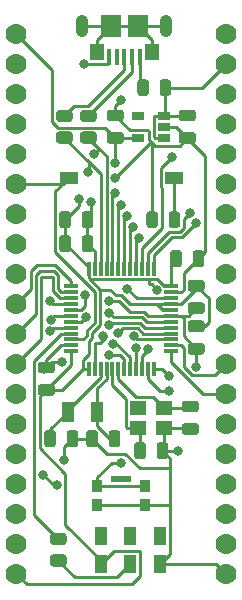
<source format=gbr>
%TF.GenerationSoftware,KiCad,Pcbnew,(5.1.10)-1*%
%TF.CreationDate,2022-01-04T20:26:20-05:00*%
%TF.ProjectId,STM32G441DevBoard,53544d33-3247-4343-9431-446576426f61,rev?*%
%TF.SameCoordinates,Original*%
%TF.FileFunction,Copper,L1,Top*%
%TF.FilePolarity,Positive*%
%FSLAX46Y46*%
G04 Gerber Fmt 4.6, Leading zero omitted, Abs format (unit mm)*
G04 Created by KiCad (PCBNEW (5.1.10)-1) date 2022-01-04 20:26:20*
%MOMM*%
%LPD*%
G01*
G04 APERTURE LIST*
%TA.AperFunction,ComponentPad*%
%ADD10C,1.775000*%
%TD*%
%TA.AperFunction,SMDPad,CuDef*%
%ADD11R,1.193800X0.304800*%
%TD*%
%TA.AperFunction,SMDPad,CuDef*%
%ADD12R,0.304800X1.193800*%
%TD*%
%TA.AperFunction,SMDPad,CuDef*%
%ADD13R,1.500000X1.100000*%
%TD*%
%TA.AperFunction,SMDPad,CuDef*%
%ADD14R,1.000000X1.800000*%
%TD*%
%TA.AperFunction,SMDPad,CuDef*%
%ADD15R,1.400000X1.200000*%
%TD*%
%TA.AperFunction,SMDPad,CuDef*%
%ADD16R,1.060000X0.650000*%
%TD*%
%TA.AperFunction,SMDPad,CuDef*%
%ADD17R,1.000000X1.600000*%
%TD*%
%TA.AperFunction,SMDPad,CuDef*%
%ADD18R,0.900000X1.000000*%
%TD*%
%TA.AperFunction,SMDPad,CuDef*%
%ADD19R,1.700000X0.550000*%
%TD*%
%TA.AperFunction,SMDPad,CuDef*%
%ADD20R,1.150000X1.450000*%
%TD*%
%TA.AperFunction,ComponentPad*%
%ADD21O,1.050000X1.900000*%
%TD*%
%TA.AperFunction,SMDPad,CuDef*%
%ADD22R,1.750000X1.900000*%
%TD*%
%TA.AperFunction,SMDPad,CuDef*%
%ADD23R,0.400000X1.400000*%
%TD*%
%TA.AperFunction,ViaPad*%
%ADD24C,0.800000*%
%TD*%
%TA.AperFunction,Conductor*%
%ADD25C,0.250000*%
%TD*%
G04 APERTURE END LIST*
D10*
%TO.P,3v3,1*%
%TO.N,+3V3*%
X43942000Y-72390000D03*
%TD*%
D11*
%TO.P,U1,48*%
%TO.N,+3V3*%
X48582001Y-99270000D03*
%TO.P,U1,47*%
%TO.N,GND*%
X48582001Y-98770001D03*
%TO.P,U1,46*%
%TO.N,B9*%
X48582001Y-98269999D03*
%TO.P,U1,45*%
%TO.N,BOOT0*%
X48582001Y-97770000D03*
%TO.P,U1,44*%
%TO.N,B7*%
X48582001Y-97270001D03*
%TO.P,U1,43*%
%TO.N,B6*%
X48582001Y-96770000D03*
%TO.P,U1,42*%
%TO.N,B5*%
X48582001Y-96270000D03*
%TO.P,U1,41*%
%TO.N,B4*%
X48582001Y-95769999D03*
%TO.P,U1,40*%
%TO.N,B3*%
X48582001Y-95270000D03*
%TO.P,U1,39*%
%TO.N,A15*%
X48582001Y-94770001D03*
%TO.P,U1,38*%
%TO.N,A14*%
X48582001Y-94269999D03*
%TO.P,U1,37*%
%TO.N,A13*%
X48582001Y-93770000D03*
D12*
%TO.P,U1,36*%
%TO.N,+3V3*%
X50082000Y-92270001D03*
%TO.P,U1,35*%
%TO.N,GND*%
X50581999Y-92270001D03*
%TO.P,U1,34*%
%TO.N,A12*%
X51082001Y-92270001D03*
%TO.P,U1,33*%
%TO.N,A11*%
X51582000Y-92270001D03*
%TO.P,U1,32*%
%TO.N,A10*%
X52081999Y-92270001D03*
%TO.P,U1,31*%
%TO.N,A9*%
X52582000Y-92270001D03*
%TO.P,U1,30*%
%TO.N,A8*%
X53082000Y-92270001D03*
%TO.P,U1,29*%
%TO.N,B15*%
X53582001Y-92270001D03*
%TO.P,U1,28*%
%TO.N,B14*%
X54082000Y-92270001D03*
%TO.P,U1,27*%
%TO.N,B13*%
X54581999Y-92270001D03*
%TO.P,U1,26*%
%TO.N,B12*%
X55082001Y-92270001D03*
%TO.P,U1,25*%
%TO.N,B11*%
X55582000Y-92270001D03*
D11*
%TO.P,U1,24*%
%TO.N,+3V3*%
X57081999Y-93770000D03*
%TO.P,U1,23*%
%TO.N,GND*%
X57081999Y-94269999D03*
%TO.P,U1,22*%
%TO.N,B10*%
X57081999Y-94770001D03*
%TO.P,U1,21*%
%TO.N,+3V3*%
X57081999Y-95270000D03*
%TO.P,U1,20*%
X57081999Y-95769999D03*
%TO.P,U1,19*%
%TO.N,GND*%
X57081999Y-96270000D03*
%TO.P,U1,18*%
%TO.N,B2*%
X57081999Y-96770000D03*
%TO.P,U1,17*%
%TO.N,B1*%
X57081999Y-97270001D03*
%TO.P,U1,16*%
%TO.N,B0*%
X57081999Y-97770000D03*
%TO.P,U1,15*%
%TO.N,A7*%
X57081999Y-98269999D03*
%TO.P,U1,14*%
%TO.N,A6*%
X57081999Y-98770001D03*
%TO.P,U1,13*%
%TO.N,A5*%
X57081999Y-99270000D03*
D12*
%TO.P,U1,12*%
%TO.N,A4*%
X55582000Y-100769999D03*
%TO.P,U1,11*%
%TO.N,A3*%
X55082001Y-100769999D03*
%TO.P,U1,10*%
%TO.N,A2*%
X54581999Y-100769999D03*
%TO.P,U1,9*%
%TO.N,A1*%
X54082000Y-100769999D03*
%TO.P,U1,8*%
%TO.N,A0*%
X53582001Y-100769999D03*
%TO.P,U1,7*%
%TO.N,NRST*%
X53082000Y-100769999D03*
%TO.P,U1,6*%
%TO.N,OSC_OUT*%
X52582000Y-100769999D03*
%TO.P,U1,5*%
%TO.N,OSC_IN*%
X52081999Y-100769999D03*
%TO.P,U1,4*%
%TO.N,OSC32_OUT*%
X51582000Y-100769999D03*
%TO.P,U1,3*%
%TO.N,OSC32_IN*%
X51082001Y-100769999D03*
%TO.P,U1,2*%
%TO.N,C13*%
X50581999Y-100769999D03*
%TO.P,U1,1*%
%TO.N,+3V3*%
X50082000Y-100769999D03*
%TD*%
D13*
%TO.P,SW3,2*%
%TO.N,B9*%
X48382000Y-84582000D03*
%TO.P,SW3,1*%
%TO.N,Net-(D1-Pad2)*%
X57282000Y-84582000D03*
%TD*%
D14*
%TO.P,Y2,2*%
%TO.N,OSC32_OUT*%
X50780000Y-104394000D03*
%TO.P,Y2,1*%
%TO.N,OSC32_IN*%
X48280000Y-104394000D03*
%TD*%
D15*
%TO.P,Y1,4*%
%TO.N,GND*%
X54272000Y-104052000D03*
%TO.P,Y1,3*%
%TO.N,OSC_OUT*%
X56472000Y-104052000D03*
%TO.P,Y1,2*%
%TO.N,GND*%
X56472000Y-105752000D03*
%TO.P,Y1,1*%
%TO.N,OSC_IN*%
X54272000Y-105752000D03*
%TD*%
D16*
%TO.P,U2,5*%
%TO.N,+3V3*%
X54272000Y-81214000D03*
%TO.P,U2,4*%
%TO.N,Net-(U2-Pad4)*%
X54272000Y-79314000D03*
%TO.P,U2,3*%
%TO.N,+5V*%
X56472000Y-79314000D03*
%TO.P,U2,2*%
%TO.N,GND*%
X56472000Y-80264000D03*
%TO.P,U2,1*%
%TO.N,+5V*%
X56472000Y-81214000D03*
%TD*%
D17*
%TO.P,SW2,7*%
%TO.N,N/C*%
X56094000Y-114878000D03*
%TO.P,SW2,6*%
X53594000Y-114878000D03*
%TO.P,SW2,5*%
X51094000Y-114878000D03*
%TO.P,SW2,3*%
%TO.N,GND*%
X56094000Y-117278000D03*
%TO.P,SW2,2*%
%TO.N,Net-(R3-Pad1)*%
X53594000Y-117278000D03*
%TO.P,SW2,1*%
%TO.N,+3V3*%
X51094000Y-117278000D03*
%TD*%
D18*
%TO.P,SW1,1*%
%TO.N,NRST*%
X54882000Y-110706000D03*
%TO.P,SW1,2*%
%TO.N,GND*%
X54882000Y-112306000D03*
X50782000Y-112306000D03*
%TO.P,SW1,1*%
%TO.N,NRST*%
X50782000Y-110706000D03*
D19*
%TO.P,SW1,3*%
%TO.N,N/C*%
X52832000Y-110081000D03*
%TD*%
%TO.P,R3,2*%
%TO.N,BOOT0*%
%TA.AperFunction,SMDPad,CuDef*%
G36*
G01*
X47948001Y-115678000D02*
X47047999Y-115678000D01*
G75*
G02*
X46798000Y-115428001I0J249999D01*
G01*
X46798000Y-114902999D01*
G75*
G02*
X47047999Y-114653000I249999J0D01*
G01*
X47948001Y-114653000D01*
G75*
G02*
X48198000Y-114902999I0J-249999D01*
G01*
X48198000Y-115428001D01*
G75*
G02*
X47948001Y-115678000I-249999J0D01*
G01*
G37*
%TD.AperFunction*%
%TO.P,R3,1*%
%TO.N,Net-(R3-Pad1)*%
%TA.AperFunction,SMDPad,CuDef*%
G36*
G01*
X47948001Y-117503000D02*
X47047999Y-117503000D01*
G75*
G02*
X46798000Y-117253001I0J249999D01*
G01*
X46798000Y-116727999D01*
G75*
G02*
X47047999Y-116478000I249999J0D01*
G01*
X47948001Y-116478000D01*
G75*
G02*
X48198000Y-116727999I0J-249999D01*
G01*
X48198000Y-117253001D01*
G75*
G02*
X47948001Y-117503000I-249999J0D01*
G01*
G37*
%TD.AperFunction*%
%TD*%
%TO.P,R2,2*%
%TO.N,D+*%
%TA.AperFunction,SMDPad,CuDef*%
G36*
G01*
X48456001Y-79864000D02*
X47555999Y-79864000D01*
G75*
G02*
X47306000Y-79614001I0J249999D01*
G01*
X47306000Y-79088999D01*
G75*
G02*
X47555999Y-78839000I249999J0D01*
G01*
X48456001Y-78839000D01*
G75*
G02*
X48706000Y-79088999I0J-249999D01*
G01*
X48706000Y-79614001D01*
G75*
G02*
X48456001Y-79864000I-249999J0D01*
G01*
G37*
%TD.AperFunction*%
%TO.P,R2,1*%
%TO.N,A12*%
%TA.AperFunction,SMDPad,CuDef*%
G36*
G01*
X48456001Y-81689000D02*
X47555999Y-81689000D01*
G75*
G02*
X47306000Y-81439001I0J249999D01*
G01*
X47306000Y-80913999D01*
G75*
G02*
X47555999Y-80664000I249999J0D01*
G01*
X48456001Y-80664000D01*
G75*
G02*
X48706000Y-80913999I0J-249999D01*
G01*
X48706000Y-81439001D01*
G75*
G02*
X48456001Y-81689000I-249999J0D01*
G01*
G37*
%TD.AperFunction*%
%TD*%
%TO.P,R1,2*%
%TO.N,D-*%
%TA.AperFunction,SMDPad,CuDef*%
G36*
G01*
X50488001Y-79864000D02*
X49587999Y-79864000D01*
G75*
G02*
X49338000Y-79614001I0J249999D01*
G01*
X49338000Y-79088999D01*
G75*
G02*
X49587999Y-78839000I249999J0D01*
G01*
X50488001Y-78839000D01*
G75*
G02*
X50738000Y-79088999I0J-249999D01*
G01*
X50738000Y-79614001D01*
G75*
G02*
X50488001Y-79864000I-249999J0D01*
G01*
G37*
%TD.AperFunction*%
%TO.P,R1,1*%
%TO.N,A11*%
%TA.AperFunction,SMDPad,CuDef*%
G36*
G01*
X50488001Y-81689000D02*
X49587999Y-81689000D01*
G75*
G02*
X49338000Y-81439001I0J249999D01*
G01*
X49338000Y-80913999D01*
G75*
G02*
X49587999Y-80664000I249999J0D01*
G01*
X50488001Y-80664000D01*
G75*
G02*
X50738000Y-80913999I0J-249999D01*
G01*
X50738000Y-81439001D01*
G75*
G02*
X50488001Y-81689000I-249999J0D01*
G01*
G37*
%TD.AperFunction*%
%TD*%
D10*
%TO.P,C13,1*%
%TO.N,C13*%
X43942000Y-115570000D03*
%TD*%
D20*
%TO.P,J1,6*%
%TO.N,Net-(J1-Pad6)*%
X55406000Y-73928000D03*
X50766000Y-73928000D03*
D21*
X49511000Y-71698000D03*
X56661000Y-71698000D03*
D22*
X54211000Y-71698000D03*
D23*
%TO.P,J1,3*%
%TO.N,D+*%
X53086000Y-74348000D03*
%TO.P,J1,4*%
%TO.N,Net-(J1-Pad4)*%
X52436000Y-74348000D03*
%TO.P,J1,5*%
%TO.N,GND*%
X51786000Y-74348000D03*
%TO.P,J1,1*%
%TO.N,VCC*%
X54386000Y-74348000D03*
%TO.P,J1,2*%
%TO.N,D-*%
X53736000Y-74348000D03*
D22*
%TO.P,J1,6*%
%TO.N,Net-(J1-Pad6)*%
X51961000Y-71698000D03*
%TD*%
D10*
%TO.P,GND,1*%
%TO.N,GND*%
X61722000Y-72390000D03*
%TD*%
%TO.P,GND,1*%
%TO.N,GND*%
X61722000Y-118110000D03*
%TD*%
%TO.P,GND,1*%
%TO.N,GND*%
X43942000Y-74930000D03*
%TD*%
%TO.P,F1,2*%
%TO.N,VCC*%
%TA.AperFunction,SMDPad,CuDef*%
G36*
G01*
X55176000Y-76505750D02*
X55176000Y-77418250D01*
G75*
G02*
X54932250Y-77662000I-243750J0D01*
G01*
X54444750Y-77662000D01*
G75*
G02*
X54201000Y-77418250I0J243750D01*
G01*
X54201000Y-76505750D01*
G75*
G02*
X54444750Y-76262000I243750J0D01*
G01*
X54932250Y-76262000D01*
G75*
G02*
X55176000Y-76505750I0J-243750D01*
G01*
G37*
%TD.AperFunction*%
%TO.P,F1,1*%
%TO.N,+5V*%
%TA.AperFunction,SMDPad,CuDef*%
G36*
G01*
X57051000Y-76505750D02*
X57051000Y-77418250D01*
G75*
G02*
X56807250Y-77662000I-243750J0D01*
G01*
X56319750Y-77662000D01*
G75*
G02*
X56076000Y-77418250I0J243750D01*
G01*
X56076000Y-76505750D01*
G75*
G02*
X56319750Y-76262000I243750J0D01*
G01*
X56807250Y-76262000D01*
G75*
G02*
X57051000Y-76505750I0J-243750D01*
G01*
G37*
%TD.AperFunction*%
%TD*%
%TO.P,D1,2*%
%TO.N,Net-(D1-Pad2)*%
%TA.AperFunction,SMDPad,CuDef*%
G36*
G01*
X56838000Y-88594250D02*
X56838000Y-87681750D01*
G75*
G02*
X57081750Y-87438000I243750J0D01*
G01*
X57569250Y-87438000D01*
G75*
G02*
X57813000Y-87681750I0J-243750D01*
G01*
X57813000Y-88594250D01*
G75*
G02*
X57569250Y-88838000I-243750J0D01*
G01*
X57081750Y-88838000D01*
G75*
G02*
X56838000Y-88594250I0J243750D01*
G01*
G37*
%TD.AperFunction*%
%TO.P,D1,1*%
%TO.N,GND*%
%TA.AperFunction,SMDPad,CuDef*%
G36*
G01*
X54963000Y-88594250D02*
X54963000Y-87681750D01*
G75*
G02*
X55206750Y-87438000I243750J0D01*
G01*
X55694250Y-87438000D01*
G75*
G02*
X55938000Y-87681750I0J-243750D01*
G01*
X55938000Y-88594250D01*
G75*
G02*
X55694250Y-88838000I-243750J0D01*
G01*
X55206750Y-88838000D01*
G75*
G02*
X54963000Y-88594250I0J243750D01*
G01*
G37*
%TD.AperFunction*%
%TD*%
%TO.P,C25,2*%
%TO.N,GND*%
%TA.AperFunction,SMDPad,CuDef*%
G36*
G01*
X52799000Y-79814000D02*
X51849000Y-79814000D01*
G75*
G02*
X51599000Y-79564000I0J250000D01*
G01*
X51599000Y-79064000D01*
G75*
G02*
X51849000Y-78814000I250000J0D01*
G01*
X52799000Y-78814000D01*
G75*
G02*
X53049000Y-79064000I0J-250000D01*
G01*
X53049000Y-79564000D01*
G75*
G02*
X52799000Y-79814000I-250000J0D01*
G01*
G37*
%TD.AperFunction*%
%TO.P,C25,1*%
%TO.N,+3V3*%
%TA.AperFunction,SMDPad,CuDef*%
G36*
G01*
X52799000Y-81714000D02*
X51849000Y-81714000D01*
G75*
G02*
X51599000Y-81464000I0J250000D01*
G01*
X51599000Y-80964000D01*
G75*
G02*
X51849000Y-80714000I250000J0D01*
G01*
X52799000Y-80714000D01*
G75*
G02*
X53049000Y-80964000I0J-250000D01*
G01*
X53049000Y-81464000D01*
G75*
G02*
X52799000Y-81714000I-250000J0D01*
G01*
G37*
%TD.AperFunction*%
%TD*%
%TO.P,C24,2*%
%TO.N,GND*%
%TA.AperFunction,SMDPad,CuDef*%
G36*
G01*
X57945000Y-80714000D02*
X58895000Y-80714000D01*
G75*
G02*
X59145000Y-80964000I0J-250000D01*
G01*
X59145000Y-81464000D01*
G75*
G02*
X58895000Y-81714000I-250000J0D01*
G01*
X57945000Y-81714000D01*
G75*
G02*
X57695000Y-81464000I0J250000D01*
G01*
X57695000Y-80964000D01*
G75*
G02*
X57945000Y-80714000I250000J0D01*
G01*
G37*
%TD.AperFunction*%
%TO.P,C24,1*%
%TO.N,+5V*%
%TA.AperFunction,SMDPad,CuDef*%
G36*
G01*
X57945000Y-78814000D02*
X58895000Y-78814000D01*
G75*
G02*
X59145000Y-79064000I0J-250000D01*
G01*
X59145000Y-79564000D01*
G75*
G02*
X58895000Y-79814000I-250000J0D01*
G01*
X57945000Y-79814000D01*
G75*
G02*
X57695000Y-79564000I0J250000D01*
G01*
X57695000Y-79064000D01*
G75*
G02*
X57945000Y-78814000I250000J0D01*
G01*
G37*
%TD.AperFunction*%
%TD*%
%TO.P,C23,2*%
%TO.N,OSC_OUT*%
%TA.AperFunction,SMDPad,CuDef*%
G36*
G01*
X59149000Y-104452000D02*
X58199000Y-104452000D01*
G75*
G02*
X57949000Y-104202000I0J250000D01*
G01*
X57949000Y-103702000D01*
G75*
G02*
X58199000Y-103452000I250000J0D01*
G01*
X59149000Y-103452000D01*
G75*
G02*
X59399000Y-103702000I0J-250000D01*
G01*
X59399000Y-104202000D01*
G75*
G02*
X59149000Y-104452000I-250000J0D01*
G01*
G37*
%TD.AperFunction*%
%TO.P,C23,1*%
%TO.N,GND*%
%TA.AperFunction,SMDPad,CuDef*%
G36*
G01*
X59149000Y-106352000D02*
X58199000Y-106352000D01*
G75*
G02*
X57949000Y-106102000I0J250000D01*
G01*
X57949000Y-105602000D01*
G75*
G02*
X58199000Y-105352000I250000J0D01*
G01*
X59149000Y-105352000D01*
G75*
G02*
X59399000Y-105602000I0J-250000D01*
G01*
X59399000Y-106102000D01*
G75*
G02*
X59149000Y-106352000I-250000J0D01*
G01*
G37*
%TD.AperFunction*%
%TD*%
%TO.P,C22,2*%
%TO.N,OSC_IN*%
%TA.AperFunction,SMDPad,CuDef*%
G36*
G01*
X54922000Y-107221000D02*
X54922000Y-108171000D01*
G75*
G02*
X54672000Y-108421000I-250000J0D01*
G01*
X54172000Y-108421000D01*
G75*
G02*
X53922000Y-108171000I0J250000D01*
G01*
X53922000Y-107221000D01*
G75*
G02*
X54172000Y-106971000I250000J0D01*
G01*
X54672000Y-106971000D01*
G75*
G02*
X54922000Y-107221000I0J-250000D01*
G01*
G37*
%TD.AperFunction*%
%TO.P,C22,1*%
%TO.N,GND*%
%TA.AperFunction,SMDPad,CuDef*%
G36*
G01*
X56822000Y-107221000D02*
X56822000Y-108171000D01*
G75*
G02*
X56572000Y-108421000I-250000J0D01*
G01*
X56072000Y-108421000D01*
G75*
G02*
X55822000Y-108171000I0J250000D01*
G01*
X55822000Y-107221000D01*
G75*
G02*
X56072000Y-106971000I250000J0D01*
G01*
X56572000Y-106971000D01*
G75*
G02*
X56822000Y-107221000I0J-250000D01*
G01*
G37*
%TD.AperFunction*%
%TD*%
%TO.P,C21,2*%
%TO.N,OSC32_OUT*%
%TA.AperFunction,SMDPad,CuDef*%
G36*
G01*
X51758000Y-107155000D02*
X51758000Y-106205000D01*
G75*
G02*
X52008000Y-105955000I250000J0D01*
G01*
X52508000Y-105955000D01*
G75*
G02*
X52758000Y-106205000I0J-250000D01*
G01*
X52758000Y-107155000D01*
G75*
G02*
X52508000Y-107405000I-250000J0D01*
G01*
X52008000Y-107405000D01*
G75*
G02*
X51758000Y-107155000I0J250000D01*
G01*
G37*
%TD.AperFunction*%
%TO.P,C21,1*%
%TO.N,GND*%
%TA.AperFunction,SMDPad,CuDef*%
G36*
G01*
X49858000Y-107155000D02*
X49858000Y-106205000D01*
G75*
G02*
X50108000Y-105955000I250000J0D01*
G01*
X50608000Y-105955000D01*
G75*
G02*
X50858000Y-106205000I0J-250000D01*
G01*
X50858000Y-107155000D01*
G75*
G02*
X50608000Y-107405000I-250000J0D01*
G01*
X50108000Y-107405000D01*
G75*
G02*
X49858000Y-107155000I0J250000D01*
G01*
G37*
%TD.AperFunction*%
%TD*%
%TO.P,C20,2*%
%TO.N,OSC32_IN*%
%TA.AperFunction,SMDPad,CuDef*%
G36*
G01*
X47302000Y-106205000D02*
X47302000Y-107155000D01*
G75*
G02*
X47052000Y-107405000I-250000J0D01*
G01*
X46552000Y-107405000D01*
G75*
G02*
X46302000Y-107155000I0J250000D01*
G01*
X46302000Y-106205000D01*
G75*
G02*
X46552000Y-105955000I250000J0D01*
G01*
X47052000Y-105955000D01*
G75*
G02*
X47302000Y-106205000I0J-250000D01*
G01*
G37*
%TD.AperFunction*%
%TO.P,C20,1*%
%TO.N,GND*%
%TA.AperFunction,SMDPad,CuDef*%
G36*
G01*
X49202000Y-106205000D02*
X49202000Y-107155000D01*
G75*
G02*
X48952000Y-107405000I-250000J0D01*
G01*
X48452000Y-107405000D01*
G75*
G02*
X48202000Y-107155000I0J250000D01*
G01*
X48202000Y-106205000D01*
G75*
G02*
X48452000Y-105955000I250000J0D01*
G01*
X48952000Y-105955000D01*
G75*
G02*
X49202000Y-106205000I0J-250000D01*
G01*
G37*
%TD.AperFunction*%
%TD*%
%TO.P,C12,2*%
%TO.N,GND*%
%TA.AperFunction,SMDPad,CuDef*%
G36*
G01*
X58707000Y-98560000D02*
X59657000Y-98560000D01*
G75*
G02*
X59907000Y-98810000I0J-250000D01*
G01*
X59907000Y-99310000D01*
G75*
G02*
X59657000Y-99560000I-250000J0D01*
G01*
X58707000Y-99560000D01*
G75*
G02*
X58457000Y-99310000I0J250000D01*
G01*
X58457000Y-98810000D01*
G75*
G02*
X58707000Y-98560000I250000J0D01*
G01*
G37*
%TD.AperFunction*%
%TO.P,C12,1*%
%TO.N,+3V3*%
%TA.AperFunction,SMDPad,CuDef*%
G36*
G01*
X58707000Y-96660000D02*
X59657000Y-96660000D01*
G75*
G02*
X59907000Y-96910000I0J-250000D01*
G01*
X59907000Y-97410000D01*
G75*
G02*
X59657000Y-97660000I-250000J0D01*
G01*
X58707000Y-97660000D01*
G75*
G02*
X58457000Y-97410000I0J250000D01*
G01*
X58457000Y-96910000D01*
G75*
G02*
X58707000Y-96660000I250000J0D01*
G01*
G37*
%TD.AperFunction*%
%TD*%
%TO.P,C10,2*%
%TO.N,GND*%
%TA.AperFunction,SMDPad,CuDef*%
G36*
G01*
X58707000Y-95126000D02*
X59657000Y-95126000D01*
G75*
G02*
X59907000Y-95376000I0J-250000D01*
G01*
X59907000Y-95876000D01*
G75*
G02*
X59657000Y-96126000I-250000J0D01*
G01*
X58707000Y-96126000D01*
G75*
G02*
X58457000Y-95876000I0J250000D01*
G01*
X58457000Y-95376000D01*
G75*
G02*
X58707000Y-95126000I250000J0D01*
G01*
G37*
%TD.AperFunction*%
%TO.P,C10,1*%
%TO.N,+3V3*%
%TA.AperFunction,SMDPad,CuDef*%
G36*
G01*
X58707000Y-93226000D02*
X59657000Y-93226000D01*
G75*
G02*
X59907000Y-93476000I0J-250000D01*
G01*
X59907000Y-93976000D01*
G75*
G02*
X59657000Y-94226000I-250000J0D01*
G01*
X58707000Y-94226000D01*
G75*
G02*
X58457000Y-93976000I0J250000D01*
G01*
X58457000Y-93476000D01*
G75*
G02*
X58707000Y-93226000I250000J0D01*
G01*
G37*
%TD.AperFunction*%
%TD*%
%TO.P,C4,2*%
%TO.N,GND*%
%TA.AperFunction,SMDPad,CuDef*%
G36*
G01*
X46957000Y-101150000D02*
X46007000Y-101150000D01*
G75*
G02*
X45757000Y-100900000I0J250000D01*
G01*
X45757000Y-100400000D01*
G75*
G02*
X46007000Y-100150000I250000J0D01*
G01*
X46957000Y-100150000D01*
G75*
G02*
X47207000Y-100400000I0J-250000D01*
G01*
X47207000Y-100900000D01*
G75*
G02*
X46957000Y-101150000I-250000J0D01*
G01*
G37*
%TD.AperFunction*%
%TO.P,C4,1*%
%TO.N,+3V3*%
%TA.AperFunction,SMDPad,CuDef*%
G36*
G01*
X46957000Y-103050000D02*
X46007000Y-103050000D01*
G75*
G02*
X45757000Y-102800000I0J250000D01*
G01*
X45757000Y-102300000D01*
G75*
G02*
X46007000Y-102050000I250000J0D01*
G01*
X46957000Y-102050000D01*
G75*
G02*
X47207000Y-102300000I0J-250000D01*
G01*
X47207000Y-102800000D01*
G75*
G02*
X46957000Y-103050000I-250000J0D01*
G01*
G37*
%TD.AperFunction*%
%TD*%
%TO.P,C3,2*%
%TO.N,GND*%
%TA.AperFunction,SMDPad,CuDef*%
G36*
G01*
X49472000Y-90645000D02*
X49472000Y-89695000D01*
G75*
G02*
X49722000Y-89445000I250000J0D01*
G01*
X50222000Y-89445000D01*
G75*
G02*
X50472000Y-89695000I0J-250000D01*
G01*
X50472000Y-90645000D01*
G75*
G02*
X50222000Y-90895000I-250000J0D01*
G01*
X49722000Y-90895000D01*
G75*
G02*
X49472000Y-90645000I0J250000D01*
G01*
G37*
%TD.AperFunction*%
%TO.P,C3,1*%
%TO.N,+3V3*%
%TA.AperFunction,SMDPad,CuDef*%
G36*
G01*
X47572000Y-90645000D02*
X47572000Y-89695000D01*
G75*
G02*
X47822000Y-89445000I250000J0D01*
G01*
X48322000Y-89445000D01*
G75*
G02*
X48572000Y-89695000I0J-250000D01*
G01*
X48572000Y-90645000D01*
G75*
G02*
X48322000Y-90895000I-250000J0D01*
G01*
X47822000Y-90895000D01*
G75*
G02*
X47572000Y-90645000I0J250000D01*
G01*
G37*
%TD.AperFunction*%
%TD*%
%TO.P,C2,2*%
%TO.N,GND*%
%TA.AperFunction,SMDPad,CuDef*%
G36*
G01*
X58870000Y-91915000D02*
X58870000Y-90965000D01*
G75*
G02*
X59120000Y-90715000I250000J0D01*
G01*
X59620000Y-90715000D01*
G75*
G02*
X59870000Y-90965000I0J-250000D01*
G01*
X59870000Y-91915000D01*
G75*
G02*
X59620000Y-92165000I-250000J0D01*
G01*
X59120000Y-92165000D01*
G75*
G02*
X58870000Y-91915000I0J250000D01*
G01*
G37*
%TD.AperFunction*%
%TO.P,C2,1*%
%TO.N,+3V3*%
%TA.AperFunction,SMDPad,CuDef*%
G36*
G01*
X56970000Y-91915000D02*
X56970000Y-90965000D01*
G75*
G02*
X57220000Y-90715000I250000J0D01*
G01*
X57720000Y-90715000D01*
G75*
G02*
X57970000Y-90965000I0J-250000D01*
G01*
X57970000Y-91915000D01*
G75*
G02*
X57720000Y-92165000I-250000J0D01*
G01*
X57220000Y-92165000D01*
G75*
G02*
X56970000Y-91915000I0J250000D01*
G01*
G37*
%TD.AperFunction*%
%TD*%
%TO.P,C1,2*%
%TO.N,GND*%
%TA.AperFunction,SMDPad,CuDef*%
G36*
G01*
X49472000Y-88613000D02*
X49472000Y-87663000D01*
G75*
G02*
X49722000Y-87413000I250000J0D01*
G01*
X50222000Y-87413000D01*
G75*
G02*
X50472000Y-87663000I0J-250000D01*
G01*
X50472000Y-88613000D01*
G75*
G02*
X50222000Y-88863000I-250000J0D01*
G01*
X49722000Y-88863000D01*
G75*
G02*
X49472000Y-88613000I0J250000D01*
G01*
G37*
%TD.AperFunction*%
%TO.P,C1,1*%
%TO.N,+3V3*%
%TA.AperFunction,SMDPad,CuDef*%
G36*
G01*
X47572000Y-88613000D02*
X47572000Y-87663000D01*
G75*
G02*
X47822000Y-87413000I250000J0D01*
G01*
X48322000Y-87413000D01*
G75*
G02*
X48572000Y-87663000I0J-250000D01*
G01*
X48572000Y-88613000D01*
G75*
G02*
X48322000Y-88863000I-250000J0D01*
G01*
X47822000Y-88863000D01*
G75*
G02*
X47572000Y-88613000I0J250000D01*
G01*
G37*
%TD.AperFunction*%
%TD*%
%TO.P,B15,1*%
%TO.N,B15*%
X43942000Y-77470000D03*
%TD*%
%TO.P,B14,1*%
%TO.N,B14*%
X61722000Y-77470000D03*
%TD*%
%TO.P,B13,1*%
%TO.N,B13*%
X61722000Y-80010000D03*
%TD*%
%TO.P,B12,1*%
%TO.N,B12*%
X61722000Y-82550000D03*
%TD*%
%TO.P,B11,1*%
%TO.N,B11*%
X61722000Y-85090000D03*
%TD*%
%TO.P,B10,1*%
%TO.N,B10*%
X61722000Y-87630000D03*
%TD*%
%TO.P,B9,1*%
%TO.N,B9*%
X43942000Y-85090000D03*
%TD*%
%TO.P,B7,1*%
%TO.N,B7*%
X43942000Y-113030000D03*
%TD*%
%TO.P,B6,1*%
%TO.N,B6*%
X43942000Y-110490000D03*
%TD*%
%TO.P,B5,1*%
%TO.N,B5*%
X43942000Y-107950000D03*
%TD*%
%TO.P,B4,1*%
%TO.N,B4*%
X43942000Y-105410000D03*
%TD*%
%TO.P,B3,1*%
%TO.N,B3*%
X43942000Y-102870000D03*
%TD*%
%TO.P,B2,1*%
%TO.N,B2*%
X61722000Y-90170000D03*
%TD*%
%TO.P,B1,1*%
%TO.N,B1*%
X61722000Y-92710000D03*
%TD*%
%TO.P,B0,1*%
%TO.N,B0*%
X61722000Y-95250000D03*
%TD*%
%TO.P,A15,1*%
%TO.N,A15*%
X43942000Y-100330000D03*
%TD*%
%TO.P,A14,1*%
%TO.N,A14*%
X43942000Y-97790000D03*
%TD*%
%TO.P,A13,1*%
%TO.N,A13*%
X43942000Y-95250000D03*
%TD*%
%TO.P,A12,1*%
%TO.N,A12*%
X43942000Y-92710000D03*
%TD*%
%TO.P,A11,1*%
%TO.N,A11*%
X43942000Y-90170000D03*
%TD*%
%TO.P,A10,1*%
%TO.N,A10*%
X43942000Y-87630000D03*
%TD*%
%TO.P,A9,1*%
%TO.N,A9*%
X43942000Y-82550000D03*
%TD*%
%TO.P,A8,1*%
%TO.N,A8*%
X43942000Y-80010000D03*
%TD*%
%TO.P,A7,1*%
%TO.N,A7*%
X61722000Y-97790000D03*
%TD*%
%TO.P,A6,1*%
%TO.N,A6*%
X61722000Y-100330000D03*
%TD*%
%TO.P,A5,1*%
%TO.N,A5*%
X61722000Y-102870000D03*
%TD*%
%TO.P,A4,1*%
%TO.N,A4*%
X61722000Y-105410000D03*
%TD*%
%TO.P,A3,1*%
%TO.N,A3*%
X61722000Y-107950000D03*
%TD*%
%TO.P,A2,1*%
%TO.N,A2*%
X61722000Y-110490000D03*
%TD*%
%TO.P,A1,1*%
%TO.N,A1*%
X61722000Y-113030000D03*
%TD*%
%TO.P,A0,1*%
%TO.N,A0*%
X61722000Y-115570000D03*
%TD*%
%TO.P,5V,1*%
%TO.N,+5V*%
X61722000Y-74930000D03*
%TD*%
%TO.P,3v3,1*%
%TO.N,+3V3*%
X43942000Y-118110000D03*
%TD*%
D24*
%TO.N,+3V3*%
X52324000Y-83312000D03*
X49276000Y-86360000D03*
X55880000Y-94045001D03*
%TO.N,A0*%
X52132228Y-98619315D03*
%TO.N,A1*%
X54069007Y-99020616D03*
%TO.N,A2*%
X55102003Y-99060000D03*
%TO.N,A3*%
X56896000Y-102616000D03*
%TO.N,A4*%
X56896000Y-101346000D03*
%TO.N,A7*%
X53872988Y-98019011D03*
%TO.N,A8*%
X53307000Y-87807037D03*
%TO.N,A9*%
X52806999Y-86868000D03*
%TO.N,A10*%
X52307000Y-85852000D03*
%TO.N,A11*%
X50546000Y-82550000D03*
%TO.N,A12*%
X50042653Y-84078653D03*
%TO.N,B0*%
X52569076Y-97719778D03*
%TO.N,B1*%
X51816000Y-97028000D03*
%TO.N,B2*%
X51816000Y-96012000D03*
%TO.N,B3*%
X46779521Y-94996000D03*
%TO.N,B4*%
X49784000Y-94488000D03*
%TO.N,B5*%
X46848379Y-96588858D03*
%TO.N,B6*%
X49850938Y-96359499D03*
X47375653Y-110621653D03*
X46218694Y-109728000D03*
%TO.N,B7*%
X46837020Y-97588795D03*
%TO.N,B10*%
X53340000Y-93980000D03*
%TO.N,B11*%
X59182000Y-88392000D03*
%TO.N,B12*%
X58627299Y-87559949D03*
%TO.N,B13*%
X57150000Y-82804000D03*
%TO.N,B14*%
X54307001Y-89664952D03*
%TO.N,B15*%
X53807000Y-88753208D03*
%TO.N,GND*%
X59182000Y-100584000D03*
X52832000Y-77978000D03*
X50292000Y-86614000D03*
X57658000Y-107696000D03*
X52324000Y-84582000D03*
X51779000Y-95012683D03*
X47841347Y-100165347D03*
X48006000Y-108458000D03*
X49694979Y-74990587D03*
%TO.N,NRST*%
X51816000Y-99568000D03*
X52832000Y-108712000D03*
%TO.N,C13*%
X51269362Y-97958021D03*
%TD*%
D25*
%TO.N,+3V3*%
X52324000Y-81214000D02*
X54272000Y-81214000D01*
X59182000Y-94004302D02*
X59182000Y-93726000D01*
X57916302Y-95270000D02*
X59182000Y-94004302D01*
X57081999Y-95270000D02*
X57916302Y-95270000D01*
X60232010Y-96834990D02*
X59907000Y-97160000D01*
X60232010Y-94776010D02*
X60232010Y-96834990D01*
X59907000Y-97160000D02*
X59182000Y-97160000D01*
X59182000Y-93726000D02*
X60232010Y-94776010D01*
X57081999Y-91828001D02*
X57470000Y-91440000D01*
X57081999Y-93770000D02*
X57081999Y-91828001D01*
X48072000Y-90170000D02*
X48072000Y-88138000D01*
X50082000Y-93104304D02*
X50169598Y-93191902D01*
X50082000Y-92270001D02*
X50082000Y-93104304D01*
X50082000Y-92180000D02*
X50082000Y-92270001D01*
X48072000Y-90170000D02*
X50082000Y-92180000D01*
X52324000Y-81214000D02*
X52324000Y-83312000D01*
X49276000Y-86934000D02*
X48072000Y-88138000D01*
X49276000Y-86360000D02*
X49276000Y-86934000D01*
X50079999Y-100772000D02*
X50082000Y-100769999D01*
X49596000Y-100772000D02*
X50079999Y-100772000D01*
X51054000Y-94076304D02*
X50169598Y-93191902D01*
X56432000Y-93770000D02*
X57081999Y-93770000D01*
X55853902Y-93191902D02*
X56432000Y-93770000D01*
X53556998Y-95270000D02*
X52805902Y-94518904D01*
X52805902Y-93191902D02*
X54894904Y-93191902D01*
X50169598Y-93191902D02*
X52805902Y-93191902D01*
X54894904Y-93191902D02*
X55144098Y-93191902D01*
X55144098Y-93191902D02*
X55144098Y-93563099D01*
X55144098Y-93191902D02*
X55853902Y-93191902D01*
X56359999Y-95769999D02*
X55860000Y-95270000D01*
X57081999Y-95769999D02*
X56359999Y-95769999D01*
X55860000Y-95270000D02*
X53556998Y-95270000D01*
X57081999Y-95270000D02*
X55860000Y-95270000D01*
X51915623Y-94076304D02*
X51054000Y-94076304D01*
X52805902Y-94518904D02*
X52354904Y-94518904D01*
X51915623Y-94079623D02*
X51915623Y-94076304D01*
X52354904Y-94518904D02*
X51915623Y-94079623D01*
X55398098Y-93563099D02*
X55880000Y-94045001D01*
X55144098Y-93563099D02*
X55398098Y-93563099D01*
X47818000Y-102550000D02*
X49596000Y-100772000D01*
X46482000Y-102550000D02*
X47818000Y-102550000D01*
X48582001Y-100449999D02*
X48582001Y-99270000D01*
X46482000Y-102550000D02*
X48582001Y-100449999D01*
X51054000Y-95250000D02*
X51054000Y-94076304D01*
X50395599Y-97691951D02*
X51054000Y-97033550D01*
X50395599Y-98128543D02*
X50395599Y-97691951D01*
X50131989Y-99474011D02*
X50131989Y-98392153D01*
X50131989Y-98392153D02*
X50395599Y-98128543D01*
X49596000Y-100010000D02*
X50131989Y-99474011D01*
X51054000Y-97033550D02*
X51054000Y-95250000D01*
X49596000Y-100772000D02*
X49596000Y-100010000D01*
X48100654Y-113984654D02*
X48100654Y-109625656D01*
X51094000Y-116978000D02*
X48100654Y-113984654D01*
X51094000Y-117278000D02*
X51094000Y-116978000D01*
X44829499Y-118997499D02*
X43942000Y-118110000D01*
X53759503Y-118997499D02*
X44829499Y-118997499D01*
X54419001Y-118338001D02*
X53759503Y-118997499D01*
X54419001Y-116217999D02*
X54419001Y-118338001D01*
X54354001Y-116152999D02*
X54419001Y-116217999D01*
X52219001Y-116152999D02*
X54354001Y-116152999D01*
X51094000Y-117278000D02*
X52219001Y-116152999D01*
X51448990Y-80338990D02*
X52324000Y-81214000D01*
X47467800Y-80338990D02*
X51448990Y-80338990D01*
X46980990Y-79852180D02*
X47467800Y-80338990D01*
X46980990Y-75428990D02*
X46980990Y-79852180D01*
X43942000Y-72390000D02*
X46980990Y-75428990D01*
X45976990Y-103055010D02*
X46482000Y-102550000D01*
X45976990Y-107501992D02*
X45976990Y-103055010D01*
X48100654Y-109625656D02*
X45976990Y-107501992D01*
%TO.N,+5V*%
X59690000Y-76962000D02*
X61722000Y-74930000D01*
X56563500Y-76962000D02*
X59690000Y-76962000D01*
X56563500Y-79222500D02*
X56472000Y-79314000D01*
X56563500Y-76962000D02*
X56563500Y-79222500D01*
X56472000Y-79314000D02*
X58420000Y-79314000D01*
X55616999Y-81138999D02*
X55692000Y-81214000D01*
X55616999Y-79389001D02*
X55616999Y-81138999D01*
X55692000Y-81214000D02*
X56472000Y-81214000D01*
X55692000Y-79314000D02*
X55616999Y-79389001D01*
X56472000Y-79314000D02*
X55692000Y-79314000D01*
%TO.N,A0*%
X52414626Y-98619315D02*
X52132228Y-98619315D01*
X53582001Y-99786690D02*
X52414626Y-98619315D01*
X53582001Y-100769999D02*
X53582001Y-99786690D01*
%TO.N,A1*%
X54082000Y-99033609D02*
X54069007Y-99020616D01*
X54082000Y-100769999D02*
X54082000Y-99033609D01*
%TO.N,A2*%
X55102003Y-99132999D02*
X55102003Y-99060000D01*
X54581999Y-99653003D02*
X55102003Y-99132999D01*
X54581999Y-100769999D02*
X54581999Y-99653003D01*
%TO.N,A3*%
X56081102Y-102616000D02*
X56896000Y-102616000D01*
X55082001Y-101616899D02*
X56081102Y-102616000D01*
X55082001Y-100769999D02*
X55082001Y-101616899D01*
%TO.N,A4*%
X56319999Y-100769999D02*
X56896000Y-101346000D01*
X55582000Y-100769999D02*
X56319999Y-100769999D01*
%TO.N,A5*%
X59758588Y-102870000D02*
X61722000Y-102870000D01*
X57081999Y-100193411D02*
X59758588Y-102870000D01*
X57081999Y-99270000D02*
X57081999Y-100193411D01*
%TO.N,A6*%
X60742999Y-101309001D02*
X61722000Y-100330000D01*
X58833999Y-101309001D02*
X60742999Y-101309001D01*
X58131990Y-100606992D02*
X58833999Y-101309001D01*
X58131990Y-98985689D02*
X58131990Y-100606992D01*
X57916302Y-98770001D02*
X58131990Y-98985689D01*
X57081999Y-98770001D02*
X57916302Y-98770001D01*
%TO.N,A7*%
X54123976Y-98269999D02*
X53872988Y-98019011D01*
X57081999Y-98269999D02*
X54123976Y-98269999D01*
%TO.N,A8*%
X53082000Y-88032037D02*
X53307000Y-87807037D01*
X53082000Y-92270001D02*
X53082000Y-88032037D01*
%TO.N,A9*%
X52582000Y-87092999D02*
X52806999Y-86868000D01*
X52582000Y-92270001D02*
X52582000Y-87092999D01*
%TO.N,A10*%
X52081999Y-86077001D02*
X52307000Y-85852000D01*
X52081999Y-92270001D02*
X52081999Y-86077001D01*
%TO.N,A11*%
X51582000Y-82720500D02*
X51582000Y-92270001D01*
X50978750Y-82117250D02*
X50546000Y-82550000D01*
X50038000Y-81176500D02*
X50978750Y-82117250D01*
X50978750Y-82117250D02*
X51582000Y-82720500D01*
%TO.N,A12*%
X51082001Y-84252501D02*
X51082001Y-92270001D01*
X50089750Y-84031556D02*
X50042653Y-84078653D01*
X50089750Y-83260250D02*
X50089750Y-84031556D01*
X48006000Y-81176500D02*
X50089750Y-83260250D01*
X50089750Y-83260250D02*
X51082001Y-84252501D01*
%TO.N,A13*%
X48582001Y-93770000D02*
X48582001Y-93286001D01*
X48582001Y-93286001D02*
X47244000Y-91948000D01*
X47244000Y-91948000D02*
X45720000Y-91948000D01*
X45154501Y-94037499D02*
X43942000Y-95250000D01*
X45154501Y-92513499D02*
X45154501Y-94037499D01*
X45720000Y-91948000D02*
X45154501Y-92513499D01*
%TO.N,A14*%
X47498000Y-94020301D02*
X47498000Y-92838410D01*
X47747698Y-94269999D02*
X47498000Y-94020301D01*
X48582001Y-94269999D02*
X47747698Y-94269999D01*
X47498000Y-92838410D02*
X47115590Y-92456000D01*
X47115590Y-92456000D02*
X45974000Y-92456000D01*
X45604511Y-96127489D02*
X43942000Y-97790000D01*
X45604511Y-92825489D02*
X45604511Y-96127489D01*
X45974000Y-92456000D02*
X45604511Y-92825489D01*
%TO.N,A15*%
X47611290Y-94770001D02*
X47047990Y-94206701D01*
X48582001Y-94770001D02*
X47611290Y-94770001D01*
X47047990Y-94206701D02*
X47047990Y-93024810D01*
X46987180Y-92964000D02*
X46102410Y-92964000D01*
X47047990Y-93024810D02*
X46987180Y-92964000D01*
X46054521Y-98217479D02*
X43942000Y-100330000D01*
X46054521Y-93011889D02*
X46054521Y-98217479D01*
X46102410Y-92964000D02*
X46054521Y-93011889D01*
%TO.N,B0*%
X52994844Y-97294010D02*
X52569076Y-97719778D01*
X54220989Y-97294010D02*
X52994844Y-97294010D01*
X54696979Y-97770000D02*
X54220989Y-97294010D01*
X57081999Y-97770000D02*
X54696979Y-97770000D01*
%TO.N,B1*%
X52000000Y-96844000D02*
X51816000Y-97028000D01*
X54407389Y-96844000D02*
X52000000Y-96844000D01*
X54833390Y-97270001D02*
X54407389Y-96844000D01*
X57081999Y-97270001D02*
X54833390Y-97270001D01*
%TO.N,B2*%
X57081999Y-96770000D02*
X54969799Y-96770000D01*
X54969799Y-96770000D02*
X54593789Y-96393990D01*
X52197990Y-96393990D02*
X51816000Y-96012000D01*
X54593789Y-96393990D02*
X52197990Y-96393990D01*
%TO.N,B3*%
X47053521Y-95270000D02*
X46779521Y-94996000D01*
X48582001Y-95270000D02*
X47053521Y-95270000D01*
%TO.N,B4*%
X49784000Y-95414900D02*
X49784000Y-94234000D01*
X49428901Y-95769999D02*
X49784000Y-95414900D01*
X48582001Y-95769999D02*
X49428901Y-95769999D01*
%TO.N,B5*%
X47167237Y-96270000D02*
X46848379Y-96588858D01*
X48582001Y-96270000D02*
X47167237Y-96270000D01*
%TO.N,B6*%
X49440437Y-96770000D02*
X49850938Y-96359499D01*
X48582001Y-96770000D02*
X49440437Y-96770000D01*
X47112347Y-110621653D02*
X46218694Y-109728000D01*
X47375653Y-110621653D02*
X47112347Y-110621653D01*
%TO.N,B7*%
X47155814Y-97270001D02*
X46837020Y-97588795D01*
X48582001Y-97270001D02*
X47155814Y-97270001D01*
%TO.N,B9*%
X47874000Y-85090000D02*
X48382000Y-84582000D01*
X43942000Y-85090000D02*
X47874000Y-85090000D01*
X47246990Y-85717010D02*
X48382000Y-84582000D01*
X47246990Y-90883180D02*
X47246990Y-85717010D01*
X49503902Y-93140092D02*
X47246990Y-90883180D01*
X47498000Y-91134190D02*
X47246990Y-90883180D01*
X47498000Y-91156714D02*
X47498000Y-91134190D01*
X50603990Y-94262704D02*
X47498000Y-91156714D01*
X50603990Y-96847150D02*
X50603990Y-94262704D01*
X49945589Y-97505551D02*
X50603990Y-96847150D01*
X49945589Y-97942143D02*
X49945589Y-97505551D01*
X49617733Y-98269999D02*
X49945589Y-97942143D01*
X48582001Y-98269999D02*
X49617733Y-98269999D01*
%TO.N,B10*%
X57081999Y-94770001D02*
X54130001Y-94770001D01*
X54130001Y-94770001D02*
X53340000Y-93980000D01*
%TO.N,B11*%
X58588020Y-88985980D02*
X59182000Y-88392000D01*
X58588020Y-89016240D02*
X58588020Y-88985980D01*
X55582000Y-91153400D02*
X57122380Y-89613020D01*
X57991241Y-89613019D02*
X58588020Y-89016240D01*
X57122380Y-89613020D02*
X57991241Y-89613019D01*
X55582000Y-92270001D02*
X55582000Y-91153400D01*
%TO.N,B12*%
X58456999Y-87730249D02*
X58627299Y-87559949D01*
X56846160Y-89163010D02*
X57804840Y-89163010D01*
X55082001Y-90927169D02*
X56846160Y-89163010D01*
X55082001Y-92270001D02*
X55082001Y-90927169D01*
X57804840Y-89163010D02*
X58138010Y-88829840D01*
X58138010Y-88049238D02*
X58627299Y-87559949D01*
X58138010Y-88829840D02*
X58138010Y-88049238D01*
%TO.N,B13*%
X56206999Y-83747001D02*
X57150000Y-82804000D01*
X56206999Y-85392001D02*
X56206999Y-83747001D01*
X56271999Y-85457001D02*
X56206999Y-85392001D01*
X56271999Y-88820851D02*
X56271999Y-85457001D01*
X54581999Y-90510851D02*
X56271999Y-88820851D01*
X54581999Y-92270001D02*
X54581999Y-90510851D01*
%TO.N,B14*%
X54082000Y-89889953D02*
X54307001Y-89664952D01*
X54082000Y-92270001D02*
X54082000Y-89889953D01*
%TO.N,B15*%
X53582001Y-88978207D02*
X53807000Y-88753208D01*
X53582001Y-92270001D02*
X53582001Y-88978207D01*
%TO.N,GND*%
X46230990Y-101023010D02*
X46482000Y-100772000D01*
X58574000Y-105752000D02*
X58674000Y-105852000D01*
X56472000Y-105752000D02*
X58574000Y-105752000D01*
X56472000Y-107546000D02*
X56322000Y-107696000D01*
X56472000Y-105752000D02*
X56472000Y-107546000D01*
X57470000Y-80264000D02*
X58420000Y-81214000D01*
X56472000Y-80264000D02*
X57470000Y-80264000D01*
X58131990Y-98009990D02*
X59182000Y-99060000D01*
X58131990Y-96485689D02*
X58131990Y-98009990D01*
X57916301Y-96270000D02*
X58131990Y-96485689D01*
X57081999Y-96270000D02*
X57916301Y-96270000D01*
X58538000Y-96270000D02*
X59182000Y-95626000D01*
X57081999Y-96270000D02*
X58538000Y-96270000D01*
X59182000Y-99060000D02*
X59182000Y-100584000D01*
X58131990Y-92678010D02*
X59370000Y-91440000D01*
X58131990Y-94054311D02*
X58131990Y-92678010D01*
X57916302Y-94269999D02*
X58131990Y-94054311D01*
X57081999Y-94269999D02*
X57916302Y-94269999D01*
X49972000Y-88138000D02*
X49972000Y-90170000D01*
X50581999Y-90779999D02*
X50581999Y-92270001D01*
X49972000Y-90170000D02*
X50581999Y-90779999D01*
X52324000Y-78486000D02*
X52832000Y-77978000D01*
X52324000Y-79314000D02*
X52324000Y-78486000D01*
X43990001Y-74978001D02*
X43942000Y-74930000D01*
X51786000Y-74793002D02*
X51601001Y-74978001D01*
X51786000Y-74348000D02*
X51786000Y-74793002D01*
X57769999Y-81864001D02*
X58420000Y-81214000D01*
X55705591Y-81864001D02*
X57769999Y-81864001D01*
X55166989Y-80668987D02*
X55166990Y-81325400D01*
X55062001Y-80563999D02*
X55166989Y-80668987D01*
X53573999Y-80563999D02*
X55062001Y-80563999D01*
X52324000Y-79314000D02*
X53573999Y-80563999D01*
X50292000Y-87818000D02*
X49972000Y-88138000D01*
X50292000Y-86614000D02*
X50292000Y-87818000D01*
X57658000Y-107696000D02*
X56322000Y-107696000D01*
X56919001Y-108293001D02*
X56322000Y-107696000D01*
X56094000Y-117278000D02*
X56919001Y-116452999D01*
X54882000Y-112306000D02*
X50782000Y-112306000D01*
X56858000Y-112306000D02*
X56919001Y-112244999D01*
X54882000Y-112306000D02*
X56858000Y-112306000D01*
X56919001Y-116452999D02*
X56919001Y-112244999D01*
X54384809Y-109196999D02*
X56919001Y-109196999D01*
X53174809Y-107986999D02*
X54384809Y-109196999D01*
X51664999Y-107986999D02*
X53174809Y-107986999D01*
X50358000Y-106680000D02*
X51664999Y-107986999D01*
X56919001Y-109196999D02*
X56919001Y-108293001D01*
X56919001Y-112244999D02*
X56919001Y-109196999D01*
X55450500Y-81608910D02*
X55373795Y-81532205D01*
X55450500Y-88138000D02*
X55450500Y-81608910D01*
X55373795Y-81532205D02*
X55705591Y-81864001D01*
X55166990Y-81325400D02*
X55373795Y-81532205D01*
X48768000Y-106868000D02*
X48956000Y-106680000D01*
X55297090Y-81608910D02*
X55450500Y-81608910D01*
X52324000Y-84582000D02*
X55297090Y-81608910D01*
X58420000Y-81214000D02*
X59944000Y-82738000D01*
X59944000Y-90866000D02*
X59370000Y-91440000D01*
X59944000Y-82738000D02*
X59944000Y-90866000D01*
X55106209Y-96270000D02*
X54780189Y-95943980D01*
X54780189Y-95943980D02*
X53594568Y-95943980D01*
X57081999Y-96270000D02*
X55106209Y-96270000D01*
X52663271Y-95012683D02*
X51779000Y-95012683D01*
X53594568Y-95943980D02*
X52663271Y-95012683D01*
X47747698Y-98770001D02*
X48582001Y-98770001D01*
X46482000Y-100035699D02*
X47747698Y-98770001D01*
X46482000Y-100650000D02*
X46482000Y-100035699D01*
X46966653Y-100165347D02*
X46482000Y-100650000D01*
X47841347Y-100165347D02*
X46966653Y-100165347D01*
X60890000Y-117278000D02*
X61722000Y-118110000D01*
X56094000Y-117278000D02*
X60890000Y-117278000D01*
X51588415Y-74990587D02*
X49694979Y-74990587D01*
X51786000Y-74793002D02*
X51588415Y-74990587D01*
X48702000Y-106680000D02*
X50358000Y-106680000D01*
X48006000Y-107376000D02*
X48702000Y-106680000D01*
X48006000Y-108458000D02*
X48006000Y-107376000D01*
%TO.N,OSC32_IN*%
X48280000Y-104282489D02*
X48280000Y-104394000D01*
X51082001Y-101480488D02*
X48280000Y-104282489D01*
X51082001Y-100769999D02*
X51082001Y-101480488D01*
X46802000Y-105872000D02*
X48280000Y-104394000D01*
X46802000Y-106680000D02*
X46802000Y-105872000D01*
%TO.N,OSC32_OUT*%
X50780000Y-102418899D02*
X50780000Y-104394000D01*
X51582000Y-101616899D02*
X50780000Y-102418899D01*
X51582000Y-100769999D02*
X51582000Y-101616899D01*
X51896190Y-106680000D02*
X52258000Y-106680000D01*
X50780000Y-105563810D02*
X51896190Y-106680000D01*
X50780000Y-104394000D02*
X50780000Y-105563810D01*
%TO.N,OSC_IN*%
X54422000Y-105902000D02*
X54272000Y-105752000D01*
X54422000Y-107696000D02*
X54422000Y-105902000D01*
X52081999Y-100769999D02*
X52081999Y-102119999D01*
X53246999Y-105676999D02*
X53322000Y-105752000D01*
X53246999Y-103284999D02*
X53246999Y-105676999D01*
X53322000Y-105752000D02*
X54272000Y-105752000D01*
X52081999Y-102119999D02*
X53246999Y-103284999D01*
%TO.N,OSC_OUT*%
X55546999Y-103126999D02*
X56472000Y-104052000D01*
X54092100Y-103126999D02*
X55546999Y-103126999D01*
X52582000Y-101616899D02*
X54092100Y-103126999D01*
X52582000Y-100769999D02*
X52582000Y-101616899D01*
X58574000Y-104052000D02*
X58674000Y-103952000D01*
X56472000Y-104052000D02*
X58574000Y-104052000D01*
%TO.N,NRST*%
X52726901Y-99568000D02*
X51816000Y-99568000D01*
X53082000Y-99923099D02*
X52726901Y-99568000D01*
X53082000Y-100769999D02*
X53082000Y-99923099D01*
X50782000Y-110706000D02*
X54882000Y-110706000D01*
X52026000Y-108712000D02*
X52832000Y-108712000D01*
X50782000Y-109956000D02*
X52026000Y-108712000D01*
X50782000Y-110706000D02*
X50782000Y-109956000D01*
%TO.N,Net-(D1-Pad2)*%
X57325500Y-84625500D02*
X57282000Y-84582000D01*
X57325500Y-88138000D02*
X57325500Y-84625500D01*
%TO.N,VCC*%
X54386000Y-76659500D02*
X54688500Y-76962000D01*
X54386000Y-74348000D02*
X54386000Y-76659500D01*
%TO.N,Net-(J1-Pad6)*%
X50766000Y-72893000D02*
X51961000Y-71698000D01*
X50766000Y-73928000D02*
X50766000Y-72893000D01*
X51961000Y-71698000D02*
X54211000Y-71698000D01*
X54211000Y-71698000D02*
X56661000Y-71698000D01*
X51961000Y-71698000D02*
X49511000Y-71698000D01*
X55406000Y-72893000D02*
X54211000Y-71698000D01*
X55406000Y-73928000D02*
X55406000Y-72893000D01*
%TO.N,D+*%
X53086000Y-75433000D02*
X53086000Y-74348000D01*
X50005010Y-78513990D02*
X53086000Y-75433000D01*
X48843510Y-78513990D02*
X50005010Y-78513990D01*
X48006000Y-79351500D02*
X48843510Y-78513990D01*
%TO.N,D-*%
X53736000Y-75653500D02*
X53736000Y-74348000D01*
X50038000Y-79351500D02*
X53736000Y-75653500D01*
%TO.N,C13*%
X50581999Y-100769999D02*
X50581999Y-98578553D01*
X51027447Y-98578553D02*
X51562000Y-98044000D01*
X50581999Y-98578553D02*
X51027447Y-98578553D01*
%TO.N,BOOT0*%
X47498000Y-115165500D02*
X45431990Y-113099490D01*
X45431990Y-100073111D02*
X45431990Y-113099490D01*
X47735101Y-97770000D02*
X45431990Y-100073111D01*
X48582001Y-97770000D02*
X47735101Y-97770000D01*
%TO.N,Net-(R3-Pad1)*%
X52468999Y-118403001D02*
X53594000Y-117278000D01*
X48910501Y-118403001D02*
X52468999Y-118403001D01*
X47498000Y-116990500D02*
X48910501Y-118403001D01*
%TD*%
M02*

</source>
